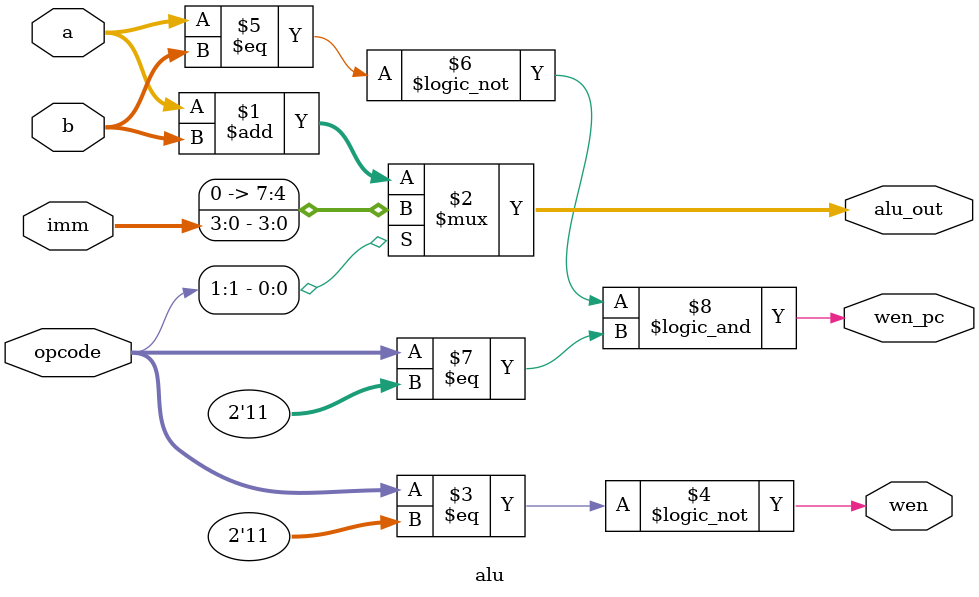
<source format=v>
module alu(
    input wire [7:0] a,
    input wire [7:0] b,
    input wire [3:0] imm,
    input wire [1:0] opcode,
    output wire [7:0] alu_out,
    output wire wen,
    output wire wen_pc
);
    assign alu_out = opcode[1] ? {4'b0, imm} : (a + b);
    assign wen = !(opcode == 2'b11);
    assign wen_pc = !(a == b) && (opcode == 2'b11);
endmodule
</source>
